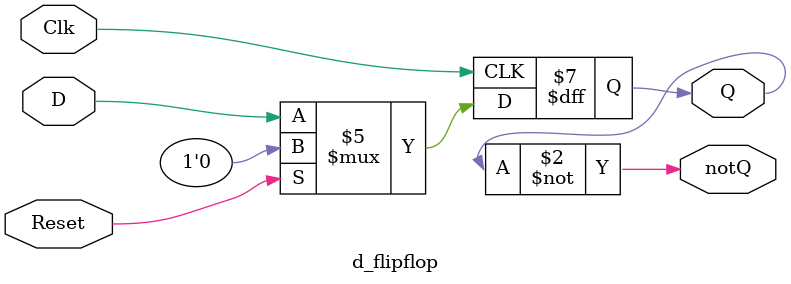
<source format=v>
module d_flipflop(
    input D,
    input Clk,
    input Reset,
    output reg Q,
    output notQ
);
    
    initial begin
        Q <= 0;
    end    
    
    always @(posedge Clk) begin
    if (Reset) begin
        Q <= 0;
    end else begin
        Q <= D;
    end 
    end
    
    assign notQ = ~Q;
    
endmodule
</source>
